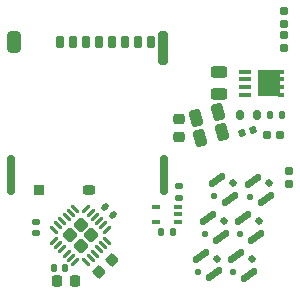
<source format=gbr>
%TF.GenerationSoftware,KiCad,Pcbnew,8.99.0-417-ga763d613e5*%
%TF.CreationDate,2024-07-02T15:16:59-04:00*%
%TF.ProjectId,kawaiiSD,6b617761-6969-4534-942e-6b696361645f,rev?*%
%TF.SameCoordinates,Original*%
%TF.FileFunction,Paste,Top*%
%TF.FilePolarity,Positive*%
%FSLAX46Y46*%
G04 Gerber Fmt 4.6, Leading zero omitted, Abs format (unit mm)*
G04 Created by KiCad (PCBNEW 8.99.0-417-ga763d613e5) date 2024-07-02 15:16:59*
%MOMM*%
%LPD*%
G01*
G04 APERTURE LIST*
G04 Aperture macros list*
%AMRoundRect*
0 Rectangle with rounded corners*
0 $1 Rounding radius*
0 $2 $3 $4 $5 $6 $7 $8 $9 X,Y pos of 4 corners*
0 Add a 4 corners polygon primitive as box body*
4,1,4,$2,$3,$4,$5,$6,$7,$8,$9,$2,$3,0*
0 Add four circle primitives for the rounded corners*
1,1,$1+$1,$2,$3*
1,1,$1+$1,$4,$5*
1,1,$1+$1,$6,$7*
1,1,$1+$1,$8,$9*
0 Add four rect primitives between the rounded corners*
20,1,$1+$1,$2,$3,$4,$5,0*
20,1,$1+$1,$4,$5,$6,$7,0*
20,1,$1+$1,$6,$7,$8,$9,0*
20,1,$1+$1,$8,$9,$2,$3,0*%
G04 Aperture macros list end*
%ADD10RoundRect,0.100000X0.225000X0.100000X-0.225000X0.100000X-0.225000X-0.100000X0.225000X-0.100000X0*%
%ADD11RoundRect,0.175000X0.175000X-0.175000X0.175000X0.175000X-0.175000X0.175000X-0.175000X-0.175000X0*%
%ADD12RoundRect,0.137500X0.019427X0.211979X-0.205840X0.054245X-0.019427X-0.211979X0.205840X-0.054245X0*%
%ADD13RoundRect,0.145000X0.611522X0.251180X0.445184X0.488734X-0.611522X-0.251180X-0.445184X-0.488734X0*%
%ADD14RoundRect,0.125000X0.174091X-0.030697X0.030697X0.174091X-0.174091X0.030697X-0.030697X-0.174091X0*%
%ADD15RoundRect,0.150000X-0.150000X-0.250000X0.150000X-0.250000X0.150000X0.250000X-0.150000X0.250000X0*%
%ADD16RoundRect,0.140000X0.170000X-0.140000X0.170000X0.140000X-0.170000X0.140000X-0.170000X-0.140000X0*%
%ADD17RoundRect,0.225000X0.017678X-0.335876X0.335876X-0.017678X-0.017678X0.335876X-0.335876X0.017678X0*%
%ADD18RoundRect,0.101250X0.393750X-0.101250X0.393750X0.101250X-0.393750X0.101250X-0.393750X-0.101250X0*%
%ADD19RoundRect,0.101250X0.153750X-0.101250X0.153750X0.101250X-0.153750X0.101250X-0.153750X-0.101250X0*%
%ADD20RoundRect,0.095000X-0.855000X-1.022500X0.855000X-1.022500X0.855000X1.022500X-0.855000X1.022500X0*%
%ADD21RoundRect,0.140000X-0.219203X-0.021213X-0.021213X-0.219203X0.219203X0.021213X0.021213X0.219203X0*%
%ADD22RoundRect,0.175000X0.175000X0.175000X-0.175000X0.175000X-0.175000X-0.175000X0.175000X-0.175000X0*%
%ADD23RoundRect,0.140000X-0.091230X-0.200442X0.179229X-0.127973X0.091230X0.200442X-0.179229X0.127973X0*%
%ADD24RoundRect,0.250000X0.000000X-0.360624X0.360624X0.000000X0.000000X0.360624X-0.360624X0.000000X0*%
%ADD25RoundRect,0.062500X-0.220971X-0.309359X0.309359X0.220971X0.220971X0.309359X-0.309359X-0.220971X0*%
%ADD26RoundRect,0.062500X0.220971X-0.309359X0.309359X-0.220971X-0.220971X0.309359X-0.309359X0.220971X0*%
%ADD27RoundRect,0.140000X-0.140000X-0.170000X0.140000X-0.170000X0.140000X0.170000X-0.140000X0.170000X0*%
%ADD28RoundRect,0.175000X-0.175000X-0.375000X0.175000X-0.375000X0.175000X0.375000X-0.175000X0.375000X0*%
%ADD29RoundRect,0.225000X-0.225000X-0.240000X0.225000X-0.240000X0.225000X0.240000X-0.225000X0.240000X0*%
%ADD30RoundRect,0.195000X0.330000X-0.195000X0.330000X0.195000X-0.330000X0.195000X-0.330000X-0.195000X0*%
%ADD31RoundRect,0.175000X-0.175000X-1.490000X0.175000X-1.490000X0.175000X1.490000X-0.175000X1.490000X0*%
%ADD32RoundRect,0.215000X-0.215000X-1.185000X0.215000X-1.185000X0.215000X1.185000X-0.215000X1.185000X0*%
%ADD33RoundRect,0.285000X-0.285000X-0.630000X0.285000X-0.630000X0.285000X0.630000X-0.285000X0.630000X0*%
%ADD34RoundRect,0.250000X0.118542X0.523520X-0.364421X0.394110X-0.118542X-0.523520X0.364421X-0.394110X0*%
%ADD35RoundRect,0.243750X-0.456250X0.243750X-0.456250X-0.243750X0.456250X-0.243750X0.456250X0.243750X0*%
%ADD36RoundRect,0.175000X-0.175000X-0.175000X0.175000X-0.175000X0.175000X0.175000X-0.175000X0.175000X0*%
%ADD37RoundRect,0.140000X0.140000X0.170000X-0.140000X0.170000X-0.140000X-0.170000X0.140000X-0.170000X0*%
%ADD38RoundRect,0.225000X-0.250000X0.225000X-0.250000X-0.225000X0.250000X-0.225000X0.250000X0.225000X0*%
%ADD39RoundRect,0.225000X0.225000X0.250000X-0.225000X0.250000X-0.225000X-0.250000X0.225000X-0.250000X0*%
%ADD40RoundRect,0.135000X-0.135000X-0.185000X0.135000X-0.185000X0.135000X0.185000X-0.135000X0.185000X0*%
G04 APERTURE END LIST*
D10*
%TO.C,U3*%
X160590041Y-118854906D03*
X160590039Y-118204907D03*
X160590041Y-117554906D03*
X158690041Y-117554906D03*
X158690041Y-118854906D03*
%TD*%
D11*
%TO.C,D9*%
X168090041Y-111504906D03*
X169190041Y-111504906D03*
%TD*%
D12*
%TO.C,J5*%
X163838715Y-121945668D03*
D13*
X162489408Y-121718521D03*
D14*
X162220889Y-123078482D03*
D13*
X163590674Y-123291291D03*
%TD*%
D15*
%TO.C,Z1*%
X165840041Y-109774906D03*
X167240041Y-109774906D03*
%TD*%
D16*
%TO.C,C12*%
X160640041Y-116784908D03*
X160640041Y-115824904D03*
%TD*%
D12*
%TO.C,J3*%
X166856490Y-121988488D03*
D13*
X165507183Y-121761341D03*
D14*
X165238664Y-123121302D03*
D13*
X166608449Y-123334111D03*
%TD*%
D17*
%TO.C,C4*%
X153863006Y-123128238D03*
X154959022Y-122032222D03*
%TD*%
D18*
%TO.C,Q1*%
X166205041Y-106114906D03*
X166205041Y-106774906D03*
X166205041Y-107434906D03*
X166205041Y-108094906D03*
D19*
X169315041Y-108094906D03*
X169315041Y-107434906D03*
X169315041Y-106774906D03*
X169315041Y-106114906D03*
D20*
X168240041Y-107104906D03*
%TD*%
D21*
%TO.C,C5*%
X154408568Y-117590559D03*
X155087390Y-118269381D03*
%TD*%
D22*
%TO.C,D7*%
X169540041Y-102054906D03*
X169540041Y-100954906D03*
%TD*%
D23*
%TO.C,C9*%
X166017989Y-111334237D03*
X166945277Y-111085769D03*
%TD*%
D22*
%TO.C,D8*%
X169940041Y-115654906D03*
X169940041Y-114554906D03*
%TD*%
D24*
%TO.C,U1*%
X151443248Y-119980230D03*
X152327131Y-120864113D03*
X152327131Y-119096347D03*
X153211014Y-119980230D03*
D25*
X150073228Y-120466366D03*
X150426782Y-120819919D03*
X150780335Y-121173473D03*
X151133888Y-121527026D03*
X151487442Y-121880579D03*
X151840995Y-122234133D03*
D26*
X152813267Y-122234133D03*
X153166820Y-121880579D03*
X153520374Y-121527026D03*
X153873927Y-121173473D03*
X154227480Y-120819919D03*
X154581034Y-120466366D03*
D25*
X154581034Y-119494094D03*
X154227480Y-119140541D03*
X153873927Y-118786987D03*
X153520374Y-118433434D03*
X153166820Y-118079881D03*
X152813267Y-117726327D03*
D26*
X151840995Y-117726327D03*
X151487442Y-118079881D03*
X151133888Y-118433434D03*
X150780335Y-118786987D03*
X150426782Y-119140541D03*
X150073228Y-119494094D03*
%TD*%
D12*
%TO.C,J2*%
X167438715Y-118745668D03*
D13*
X166089408Y-118518521D03*
D14*
X165820889Y-119878482D03*
D13*
X167190674Y-120091291D03*
%TD*%
D27*
%TO.C,C13*%
X159160039Y-119704906D03*
X160120043Y-119704906D03*
%TD*%
D12*
%TO.C,J7*%
X168256489Y-115588489D03*
D13*
X166907183Y-115361340D03*
D14*
X166638664Y-116721302D03*
D13*
X168008449Y-116934112D03*
%TD*%
D28*
%TO.C,J1*%
X150552131Y-103640230D03*
X151652131Y-103640230D03*
X152752131Y-103640230D03*
X153852131Y-103640230D03*
X154952131Y-103640230D03*
X156052131Y-103640230D03*
X157152131Y-103640230D03*
X158252131Y-103640230D03*
D29*
X148762131Y-116105230D03*
D30*
X153027131Y-116180230D03*
D31*
X159412131Y-114905230D03*
D32*
X159332131Y-104140230D03*
D33*
X146672131Y-103655230D03*
D31*
X146452131Y-114905230D03*
%TD*%
D34*
%TO.C,C14*%
X164257670Y-111259028D03*
X162422412Y-111750784D03*
%TD*%
D16*
%TO.C,C1*%
X148543248Y-119795159D03*
X148543248Y-118835159D03*
%TD*%
D35*
%TO.C,F1*%
X164040041Y-106167406D03*
X164040041Y-108042406D03*
%TD*%
D36*
%TO.C,D6*%
X169540041Y-103054906D03*
X169540041Y-104154906D03*
%TD*%
D12*
%TO.C,J6*%
X165238714Y-115545669D03*
D13*
X163889408Y-115318520D03*
D14*
X163620889Y-116678482D03*
D13*
X164990674Y-116891292D03*
%TD*%
D37*
%TO.C,C3*%
X150991014Y-122780230D03*
X150031014Y-122780230D03*
%TD*%
D38*
%TO.C,C6*%
X160640041Y-110129906D03*
X160640041Y-111679906D03*
%TD*%
D39*
%TO.C,C2*%
X151886014Y-123880230D03*
X150336014Y-123880230D03*
%TD*%
D34*
%TO.C,C8*%
X163957670Y-109559028D03*
X162122412Y-110050784D03*
%TD*%
D12*
%TO.C,J4*%
X164438715Y-118745668D03*
D13*
X163089408Y-118518521D03*
D14*
X162820889Y-119878482D03*
D13*
X164190674Y-120091291D03*
%TD*%
D40*
%TO.C,R1*%
X168330041Y-109774906D03*
X169350041Y-109774906D03*
%TD*%
M02*

</source>
